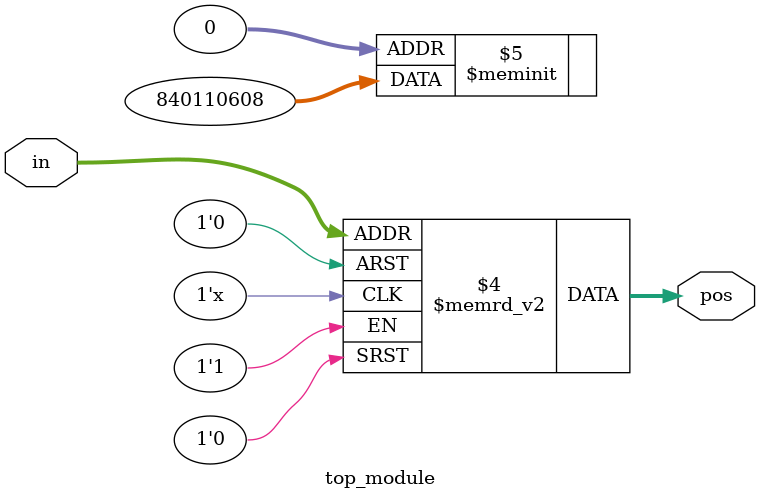
<source format=v>
module top_module (
    input [3:0] in,
    output reg [1:0] pos  
    );
always @(*) begin
    case (in)
        4'b0000: pos = 2'b00;
        4'b0001: pos = 2'b00;
        4'b0010: pos = 2'b01;
        4'b0011: pos = 2'b00;
        4'b0100: pos = 2'b10;
        4'b0101: pos = 2'b00;
        4'b0110: pos = 2'b01;
        4'b0111: pos = 2'b00;
        4'b1000: pos = 2'b11;
        4'b1001: pos = 2'b00;
        4'b1010: pos = 2'b01;
        4'b1011: pos = 2'b00;
        4'b1100: pos = 2'b10;
        4'b1101: pos = 2'b00;
        4'b1110: pos = 2'b11;
        4'b1111: pos = 2'b00;
        default: pos = 2'b00;
    endcase
end

endmodule
</source>
